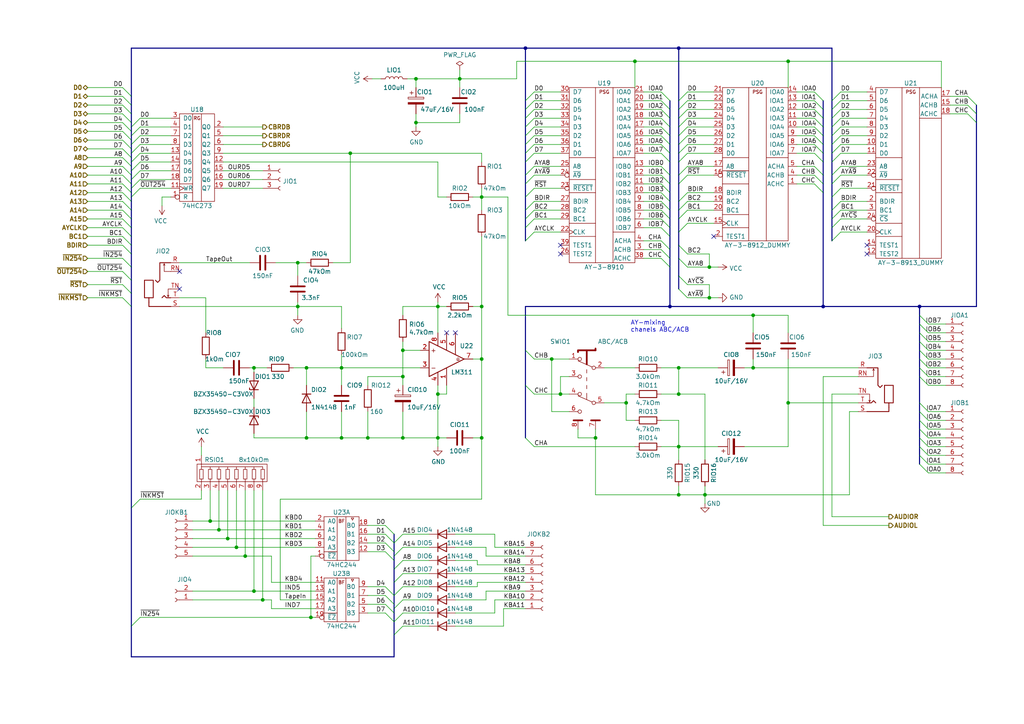
<source format=kicad_sch>
(kicad_sch (version 20211123) (generator eeschema)
  (paper "A4")
  (junction (at 120.65 35.56))
  (junction (at 205.74 77.47))
  (junction (at 101.6 44.45))
  (junction (at 184.15 17.78))
  (junction (at 99.06 127))
  (junction (at 86.36 88.9))
  (junction (at 66.04 156.21))
  (junction (at 127 127))
  (junction (at 99.06 106.68))
  (junction (at 73.66 171.45))
  (junction (at 218.44 91.44))
  (junction (at 218.44 106.68))
  (junction (at 90.17 179.07))
  (junction (at 196.85 13.97))
  (junction (at 120.65 22.86))
  (junction (at 88.9 106.68))
  (junction (at 73.66 106.68))
  (junction (at 127 88.9))
  (junction (at 228.6 17.78))
  (junction (at 162.56 114.3))
  (junction (at 116.84 101.6))
  (junction (at 152.4 13.97))
  (junction (at 63.5 153.67))
  (junction (at 60.96 151.13))
  (junction (at 76.2 173.99))
  (junction (at 204.47 143.51))
  (junction (at 228.6 116.84))
  (junction (at 196.85 129.54))
  (junction (at 86.36 76.2))
  (junction (at 181.61 116.84))
  (junction (at 139.7 127))
  (junction (at 196.85 143.51))
  (junction (at 106.68 127))
  (junction (at 139.7 104.14))
  (junction (at 116.84 127))
  (junction (at 116.84 109.22))
  (junction (at 196.85 114.3))
  (junction (at 205.74 86.36))
  (junction (at 71.12 161.29))
  (junction (at 172.72 127))
  (junction (at 196.85 106.68))
  (junction (at 266.7 88.9))
  (junction (at 238.76 88.9))
  (junction (at 194.31 88.9))
  (junction (at 160.02 104.14))
  (junction (at 139.7 57.15))
  (junction (at 68.58 158.75))
  (junction (at 88.9 127))
  (junction (at 139.7 88.9))
  (junction (at 133.35 22.86))
  (junction (at 127 114.3))
  (no_connect (at 251.46 73.66))
  (no_connect (at 52.07 83.82))
  (no_connect (at 162.56 71.12))
  (no_connect (at 207.01 68.58))
  (no_connect (at 162.56 73.66))
  (no_connect (at 129.54 96.52))
  (no_connect (at 52.07 78.74))
  (no_connect (at 132.08 96.52))
  (no_connect (at 251.46 71.12))
  (bus_entry (at 191.77 48.26) (size 2.54 2.54))
  (bus_entry (at 269.24 111.76) (size -2.54 -2.54))
  (bus_entry (at 152.4 60.96) (size 2.54 -2.54))
  (bus_entry (at 191.77 39.37) (size 2.54 2.54))
  (bus_entry (at 241.3 44.45) (size 2.54 -2.54))
  (bus_entry (at 191.77 41.91) (size 2.54 2.54))
  (bus_entry (at 196.85 41.91) (size 2.54 -2.54))
  (bus_entry (at 111.76 157.48) (size 2.54 2.54))
  (bus_entry (at 35.56 71.12) (size 2.54 2.54))
  (bus_entry (at 269.24 132.08) (size -2.54 -2.54))
  (bus_entry (at 152.4 53.34) (size 2.54 -2.54))
  (bus_entry (at 152.4 39.37) (size 2.54 -2.54))
  (bus_entry (at 152.4 29.21) (size 2.54 -2.54))
  (bus_entry (at 241.3 46.99) (size 2.54 -2.54))
  (bus_entry (at 111.76 152.4) (size 2.54 2.54))
  (bus_entry (at 191.77 34.29) (size 2.54 2.54))
  (bus_entry (at 191.77 72.39) (size 2.54 2.54))
  (bus_entry (at 196.85 71.12) (size 2.54 2.54))
  (bus_entry (at 152.4 111.76) (size 2.54 2.54))
  (bus_entry (at 35.56 30.48) (size 2.54 2.54))
  (bus_entry (at 35.56 66.04) (size 2.54 2.54))
  (bus_entry (at 152.4 63.5) (size 2.54 -2.54))
  (bus_entry (at 196.85 58.42) (size 2.54 -2.54))
  (bus_entry (at 35.56 58.42) (size 2.54 2.54))
  (bus_entry (at 38.1 52.07) (size 2.54 -2.54))
  (bus_entry (at 152.4 69.85) (size 2.54 -2.54))
  (bus_entry (at 111.76 172.72) (size 2.54 2.54))
  (bus_entry (at 38.1 54.61) (size 2.54 -2.54))
  (bus_entry (at 191.77 36.83) (size 2.54 2.54))
  (bus_entry (at 236.22 36.83) (size 2.54 2.54))
  (bus_entry (at 196.85 83.82) (size 2.54 2.54))
  (bus_entry (at 38.1 39.37) (size 2.54 -2.54))
  (bus_entry (at 38.1 44.45) (size 2.54 -2.54))
  (bus_entry (at 236.22 50.8) (size 2.54 2.54))
  (bus_entry (at 35.56 35.56) (size 2.54 2.54))
  (bus_entry (at 111.76 154.94) (size 2.54 2.54))
  (bus_entry (at 241.3 69.85) (size 2.54 -2.54))
  (bus_entry (at 236.22 31.75) (size 2.54 2.54))
  (bus_entry (at 241.3 29.21) (size 2.54 -2.54))
  (bus_entry (at 35.56 33.02) (size 2.54 2.54))
  (bus_entry (at 196.85 63.5) (size 2.54 -2.54))
  (bus_entry (at 269.24 106.68) (size -2.54 -2.54))
  (bus_entry (at 152.4 34.29) (size 2.54 -2.54))
  (bus_entry (at 269.24 109.22) (size -2.54 -2.54))
  (bus_entry (at 236.22 29.21) (size 2.54 2.54))
  (bus_entry (at 114.3 168.91) (size 2.54 -2.54))
  (bus_entry (at 269.24 121.92) (size -2.54 -2.54))
  (bus_entry (at 269.24 137.16) (size -2.54 -2.54))
  (bus_entry (at 38.1 49.53) (size 2.54 -2.54))
  (bus_entry (at 191.77 31.75) (size 2.54 2.54))
  (bus_entry (at 152.4 46.99) (size 2.54 -2.54))
  (bus_entry (at 241.3 34.29) (size 2.54 -2.54))
  (bus_entry (at 236.22 34.29) (size 2.54 2.54))
  (bus_entry (at 191.77 29.21) (size 2.54 2.54))
  (bus_entry (at 152.4 127) (size 2.54 2.54))
  (bus_entry (at 191.77 74.93) (size 2.54 2.54))
  (bus_entry (at 196.85 36.83) (size 2.54 -2.54))
  (bus_entry (at 191.77 69.85) (size 2.54 2.54))
  (bus_entry (at 196.85 29.21) (size 2.54 -2.54))
  (bus_entry (at 191.77 66.04) (size 2.54 2.54))
  (bus_entry (at 35.56 86.36) (size 2.54 2.54))
  (bus_entry (at 114.3 172.72) (size 2.54 -2.54))
  (bus_entry (at 269.24 93.98) (size -2.54 -2.54))
  (bus_entry (at 241.3 53.34) (size 2.54 -2.54))
  (bus_entry (at 241.3 36.83) (size 2.54 -2.54))
  (bus_entry (at 35.56 45.72) (size 2.54 2.54))
  (bus_entry (at 191.77 53.34) (size 2.54 2.54))
  (bus_entry (at 191.77 26.67) (size 2.54 2.54))
  (bus_entry (at 241.3 66.04) (size 2.54 -2.54))
  (bus_entry (at 191.77 44.45) (size 2.54 2.54))
  (bus_entry (at 152.4 36.83) (size 2.54 -2.54))
  (bus_entry (at 191.77 58.42) (size 2.54 2.54))
  (bus_entry (at 111.76 177.8) (size 2.54 2.54))
  (bus_entry (at 236.22 53.34) (size 2.54 2.54))
  (bus_entry (at 269.24 134.62) (size -2.54 -2.54))
  (bus_entry (at 269.24 119.38) (size -2.54 -2.54))
  (bus_entry (at 35.56 50.8) (size 2.54 2.54))
  (bus_entry (at 191.77 63.5) (size 2.54 2.54))
  (bus_entry (at 236.22 26.67) (size 2.54 2.54))
  (bus_entry (at 269.24 101.6) (size -2.54 -2.54))
  (bus_entry (at 35.56 25.4) (size 2.54 2.54))
  (bus_entry (at 241.3 50.8) (size 2.54 -2.54))
  (bus_entry (at 236.22 44.45) (size 2.54 2.54))
  (bus_entry (at 114.3 180.34) (size 2.54 -2.54))
  (bus_entry (at 35.56 60.96) (size 2.54 2.54))
  (bus_entry (at 152.4 44.45) (size 2.54 -2.54))
  (bus_entry (at 280.67 27.94) (size 2.54 2.54))
  (bus_entry (at 35.56 68.58) (size 2.54 2.54))
  (bus_entry (at 241.3 60.96) (size 2.54 -2.54))
  (bus_entry (at 241.3 57.15) (size 2.54 -2.54))
  (bus_entry (at 111.76 170.18) (size 2.54 2.54))
  (bus_entry (at 114.3 165.1) (size 2.54 -2.54))
  (bus_entry (at 196.85 80.01) (size 2.54 2.54))
  (bus_entry (at 38.1 41.91) (size 2.54 -2.54))
  (bus_entry (at 196.85 31.75) (size 2.54 -2.54))
  (bus_entry (at 152.4 66.04) (size 2.54 -2.54))
  (bus_entry (at 35.56 48.26) (size 2.54 2.54))
  (bus_entry (at 191.77 60.96) (size 2.54 2.54))
  (bus_entry (at 196.85 60.96) (size 2.54 -2.54))
  (bus_entry (at 241.3 41.91) (size 2.54 -2.54))
  (bus_entry (at 114.3 184.15) (size 2.54 -2.54))
  (bus_entry (at 38.1 57.15) (size 2.54 -2.54))
  (bus_entry (at 241.3 63.5) (size 2.54 -2.54))
  (bus_entry (at 196.85 74.93) (size 2.54 2.54))
  (bus_entry (at 152.4 31.75) (size 2.54 -2.54))
  (bus_entry (at 35.56 53.34) (size 2.54 2.54))
  (bus_entry (at 152.4 50.8) (size 2.54 -2.54))
  (bus_entry (at 35.56 82.55) (size 2.54 2.54))
  (bus_entry (at 152.4 57.15) (size 2.54 -2.54))
  (bus_entry (at 269.24 124.46) (size -2.54 -2.54))
  (bus_entry (at 114.3 176.53) (size 2.54 -2.54))
  (bus_entry (at 38.1 81.28) (size -2.54 -2.54))
  (bus_entry (at 35.56 40.64) (size 2.54 2.54))
  (bus_entry (at 236.22 41.91) (size 2.54 2.54))
  (bus_entry (at 38.1 46.99) (size 2.54 -2.54))
  (bus_entry (at 111.76 175.26) (size 2.54 2.54))
  (bus_entry (at 152.4 101.6) (size 2.54 2.54))
  (bus_entry (at 38.1 181.61) (size 2.54 -2.54))
  (bus_entry (at 269.24 104.14) (size -2.54 -2.54))
  (bus_entry (at 269.24 99.06) (size -2.54 -2.54))
  (bus_entry (at 114.3 157.48) (size 2.54 -2.54))
  (bus_entry (at 196.85 50.8) (size 2.54 -2.54))
  (bus_entry (at 196.85 53.34) (size 2.54 -2.54))
  (bus_entry (at 236.22 48.26) (size 2.54 2.54))
  (bus_entry (at 269.24 96.52) (size -2.54 -2.54))
  (bus_entry (at 35.56 63.5) (size 2.54 2.54))
  (bus_entry (at 196.85 67.31) (size 2.54 -2.54))
  (bus_entry (at 191.77 55.88) (size 2.54 2.54))
  (bus_entry (at 269.24 127) (size -2.54 -2.54))
  (bus_entry (at 241.3 39.37) (size 2.54 -2.54))
  (bus_entry (at 236.22 39.37) (size 2.54 2.54))
  (bus_entry (at 35.56 38.1) (size 2.54 2.54))
  (bus_entry (at 191.77 50.8) (size 2.54 2.54))
  (bus_entry (at 280.67 33.02) (size 2.54 2.54))
  (bus_entry (at 280.67 30.48) (size 2.54 2.54))
  (bus_entry (at 196.85 39.37) (size 2.54 -2.54))
  (bus_entry (at 241.3 31.75) (size 2.54 -2.54))
  (bus_entry (at 196.85 46.99) (size 2.54 -2.54))
  (bus_entry (at 196.85 44.45) (size 2.54 -2.54))
  (bus_entry (at 35.56 55.88) (size 2.54 2.54))
  (bus_entry (at 35.56 43.18) (size 2.54 2.54))
  (bus_entry (at 269.24 129.54) (size -2.54 -2.54))
  (bus_entry (at 38.1 77.47) (size -2.54 -2.54))
  (bus_entry (at 38.1 147.32) (size 2.54 -2.54))
  (bus_entry (at 152.4 41.91) (size 2.54 -2.54))
  (bus_entry (at 196.85 34.29) (size 2.54 -2.54))
  (bus_entry (at 35.56 27.94) (size 2.54 2.54))
  (bus_entry (at 114.3 161.29) (size 2.54 -2.54))
  (bus_entry (at 111.76 160.02) (size 2.54 2.54))
  (bus_entry (at 40.64 34.29) (size -2.54 2.54))
  (wire (pts (xy 73.66 171.45) (xy 91.44 171.45)))
  (wire (pts (xy 133.35 33.02) (xy 133.35 35.56)))
  (wire (pts (xy 99.06 111.76) (xy 99.06 106.68)))
  (wire (pts (xy 88.9 119.38) (xy 88.9 127)))
  (wire (pts (xy 129.54 114.3) (xy 129.54 111.76)))
  (bus (pts (xy 238.76 88.9) (xy 266.7 88.9)))
  (bus (pts (xy 196.85 67.31) (xy 196.85 71.12)))
  (bus (pts (xy 266.7 106.68) (xy 266.7 109.22)))
  (wire (pts (xy 231.14 36.83) (xy 236.22 36.83)))
  (bus (pts (xy 114.3 165.1) (xy 114.3 168.91)))
  (wire (pts (xy 137.16 104.14) (xy 139.7 104.14)))
  (bus (pts (xy 152.4 44.45) (xy 152.4 46.99)))
  (bus (pts (xy 196.85 13.97) (xy 196.85 29.21)))
  (bus (pts (xy 194.31 68.58) (xy 194.31 72.39)))
  (bus (pts (xy 196.85 63.5) (xy 196.85 67.31)))
  (bus (pts (xy 196.85 41.91) (xy 196.85 44.45)))
  (wire (pts (xy 71.12 142.24) (xy 71.12 161.29)))
  (wire (pts (xy 132.08 154.94) (xy 143.51 154.94)))
  (wire (pts (xy 162.56 60.96) (xy 154.94 60.96)))
  (wire (pts (xy 199.39 26.67) (xy 207.01 26.67)))
  (bus (pts (xy 152.4 31.75) (xy 152.4 34.29)))
  (wire (pts (xy 52.07 86.36) (xy 59.69 86.36)))
  (wire (pts (xy 88.9 111.76) (xy 88.9 106.68)))
  (bus (pts (xy 38.1 73.66) (xy 38.1 77.47)))
  (bus (pts (xy 241.3 13.97) (xy 241.3 29.21)))
  (bus (pts (xy 194.31 53.34) (xy 194.31 55.88)))
  (wire (pts (xy 154.94 34.29) (xy 162.56 34.29)))
  (wire (pts (xy 218.44 91.44) (xy 228.6 91.44)))
  (wire (pts (xy 99.06 106.68) (xy 99.06 102.87)))
  (wire (pts (xy 106.68 152.4) (xy 111.76 152.4)))
  (wire (pts (xy 116.84 91.44) (xy 116.84 88.9)))
  (wire (pts (xy 85.09 106.68) (xy 88.9 106.68)))
  (wire (pts (xy 218.44 104.14) (xy 218.44 106.68)))
  (wire (pts (xy 137.16 88.9) (xy 139.7 88.9)))
  (wire (pts (xy 118.11 22.86) (xy 120.65 22.86)))
  (wire (pts (xy 246.38 143.51) (xy 204.47 143.51)))
  (wire (pts (xy 68.58 142.24) (xy 68.58 158.75)))
  (wire (pts (xy 25.4 60.96) (xy 35.56 60.96)))
  (wire (pts (xy 64.77 54.61) (xy 76.2 54.61)))
  (bus (pts (xy 266.7 121.92) (xy 266.7 124.46)))
  (wire (pts (xy 40.64 52.07) (xy 49.53 52.07)))
  (bus (pts (xy 266.7 109.22) (xy 266.7 116.84)))
  (wire (pts (xy 25.4 27.94) (xy 35.56 27.94)))
  (wire (pts (xy 133.35 22.86) (xy 149.86 22.86)))
  (wire (pts (xy 199.39 36.83) (xy 207.01 36.83)))
  (wire (pts (xy 199.39 73.66) (xy 205.74 73.66)))
  (wire (pts (xy 196.85 114.3) (xy 196.85 106.68)))
  (wire (pts (xy 243.84 26.67) (xy 251.46 26.67)))
  (wire (pts (xy 162.56 48.26) (xy 154.94 48.26)))
  (bus (pts (xy 241.3 53.34) (xy 241.3 57.15)))
  (wire (pts (xy 243.84 29.21) (xy 251.46 29.21)))
  (wire (pts (xy 35.56 74.93) (xy 25.4 74.93)))
  (bus (pts (xy 38.1 52.07) (xy 38.1 53.34)))
  (bus (pts (xy 266.7 127) (xy 266.7 129.54)))
  (wire (pts (xy 204.47 143.51) (xy 204.47 146.05)))
  (wire (pts (xy 90.17 161.29) (xy 90.17 179.07)))
  (wire (pts (xy 162.56 67.31) (xy 154.94 67.31)))
  (bus (pts (xy 196.85 58.42) (xy 196.85 60.96)))
  (wire (pts (xy 196.85 106.68) (xy 191.77 106.68)))
  (wire (pts (xy 274.32 109.22) (xy 269.24 109.22)))
  (bus (pts (xy 114.3 177.8) (xy 114.3 180.34)))
  (wire (pts (xy 162.56 63.5) (xy 154.94 63.5)))
  (wire (pts (xy 231.14 39.37) (xy 236.22 39.37)))
  (bus (pts (xy 38.1 85.09) (xy 38.1 88.9)))
  (wire (pts (xy 73.66 142.24) (xy 73.66 171.45)))
  (wire (pts (xy 90.17 179.07) (xy 91.44 179.07)))
  (wire (pts (xy 139.7 68.58) (xy 139.7 88.9)))
  (wire (pts (xy 64.77 49.53) (xy 76.2 49.53)))
  (wire (pts (xy 73.66 125.73) (xy 73.66 127)))
  (wire (pts (xy 143.51 154.94) (xy 143.51 158.75)))
  (wire (pts (xy 127 88.9) (xy 127 96.52)))
  (wire (pts (xy 199.39 41.91) (xy 207.01 41.91)))
  (wire (pts (xy 116.84 166.37) (xy 124.46 166.37)))
  (wire (pts (xy 73.66 127) (xy 88.9 127)))
  (bus (pts (xy 194.31 46.99) (xy 194.31 50.8)))
  (wire (pts (xy 140.97 158.75) (xy 140.97 161.29)))
  (wire (pts (xy 59.69 86.36) (xy 59.69 96.52)))
  (wire (pts (xy 165.1 109.22) (xy 162.56 109.22)))
  (wire (pts (xy 218.44 91.44) (xy 218.44 96.52)))
  (bus (pts (xy 194.31 66.04) (xy 194.31 68.58)))
  (bus (pts (xy 194.31 50.8) (xy 194.31 53.34)))
  (wire (pts (xy 191.77 114.3) (xy 196.85 114.3)))
  (bus (pts (xy 38.1 44.45) (xy 38.1 45.72)))
  (wire (pts (xy 40.64 34.29) (xy 49.53 34.29)))
  (bus (pts (xy 38.1 60.96) (xy 38.1 63.5)))
  (wire (pts (xy 127 127) (xy 129.54 127)))
  (wire (pts (xy 246.38 119.38) (xy 246.38 143.51)))
  (wire (pts (xy 172.72 143.51) (xy 196.85 143.51)))
  (bus (pts (xy 152.4 13.97) (xy 196.85 13.97)))
  (bus (pts (xy 283.21 30.48) (xy 283.21 33.02)))
  (wire (pts (xy 63.5 142.24) (xy 63.5 153.67)))
  (wire (pts (xy 132.08 181.61) (xy 146.05 181.61)))
  (wire (pts (xy 205.74 77.47) (xy 208.28 77.47)))
  (bus (pts (xy 38.1 53.34) (xy 38.1 54.61)))
  (bus (pts (xy 196.85 31.75) (xy 196.85 34.29)))
  (wire (pts (xy 107.95 22.86) (xy 110.49 22.86)))
  (wire (pts (xy 60.96 142.24) (xy 60.96 151.13)))
  (wire (pts (xy 106.68 109.22) (xy 106.68 111.76)))
  (wire (pts (xy 162.56 58.42) (xy 154.94 58.42)))
  (bus (pts (xy 241.3 66.04) (xy 241.3 69.85)))
  (wire (pts (xy 251.46 48.26) (xy 243.84 48.26)))
  (wire (pts (xy 55.88 158.75) (xy 68.58 158.75)))
  (wire (pts (xy 184.15 121.92) (xy 181.61 121.92)))
  (wire (pts (xy 162.56 50.8) (xy 154.94 50.8)))
  (wire (pts (xy 140.97 161.29) (xy 152.4 161.29)))
  (bus (pts (xy 38.1 45.72) (xy 38.1 46.99)))
  (bus (pts (xy 238.76 46.99) (xy 238.76 50.8)))
  (wire (pts (xy 257.81 152.4) (xy 238.76 152.4)))
  (wire (pts (xy 274.32 111.76) (xy 269.24 111.76)))
  (bus (pts (xy 38.1 48.26) (xy 38.1 49.53)))
  (bus (pts (xy 38.1 43.18) (xy 38.1 44.45)))
  (wire (pts (xy 160.02 119.38) (xy 160.02 104.14)))
  (bus (pts (xy 196.85 29.21) (xy 196.85 31.75)))
  (wire (pts (xy 64.77 44.45) (xy 101.6 44.45)))
  (wire (pts (xy 146.05 176.53) (xy 152.4 176.53)))
  (wire (pts (xy 127 57.15) (xy 129.54 57.15)))
  (wire (pts (xy 243.84 39.37) (xy 251.46 39.37)))
  (wire (pts (xy 184.15 17.78) (xy 228.6 17.78)))
  (wire (pts (xy 66.04 156.21) (xy 91.44 156.21)))
  (bus (pts (xy 241.3 44.45) (xy 241.3 46.99)))
  (bus (pts (xy 241.3 41.91) (xy 241.3 44.45)))
  (wire (pts (xy 154.94 114.3) (xy 162.56 114.3)))
  (wire (pts (xy 72.39 106.68) (xy 73.66 106.68)))
  (wire (pts (xy 106.68 175.26) (xy 111.76 175.26)))
  (wire (pts (xy 274.32 93.98) (xy 269.24 93.98)))
  (bus (pts (xy 194.31 77.47) (xy 194.31 88.9)))
  (wire (pts (xy 228.6 104.14) (xy 228.6 116.84)))
  (wire (pts (xy 99.06 88.9) (xy 99.06 95.25)))
  (bus (pts (xy 266.7 104.14) (xy 266.7 106.68)))
  (bus (pts (xy 194.31 44.45) (xy 194.31 46.99)))
  (wire (pts (xy 218.44 106.68) (xy 248.92 106.68)))
  (bus (pts (xy 38.1 147.32) (xy 38.1 181.61)))
  (bus (pts (xy 152.4 111.76) (xy 152.4 127)))
  (wire (pts (xy 96.52 76.2) (xy 101.6 76.2)))
  (wire (pts (xy 55.88 161.29) (xy 71.12 161.29)))
  (bus (pts (xy 194.31 60.96) (xy 194.31 63.5)))
  (wire (pts (xy 248.92 116.84) (xy 228.6 116.84)))
  (bus (pts (xy 196.85 74.93) (xy 196.85 80.01)))
  (wire (pts (xy 138.43 170.18) (xy 138.43 168.91)))
  (wire (pts (xy 228.6 91.44) (xy 228.6 96.52)))
  (wire (pts (xy 186.69 39.37) (xy 191.77 39.37)))
  (wire (pts (xy 59.69 104.14) (xy 59.69 106.68)))
  (wire (pts (xy 186.69 36.83) (xy 191.77 36.83)))
  (bus (pts (xy 152.4 41.91) (xy 152.4 44.45)))
  (wire (pts (xy 199.39 34.29) (xy 207.01 34.29)))
  (bus (pts (xy 38.1 13.97) (xy 152.4 13.97)))
  (bus (pts (xy 196.85 39.37) (xy 196.85 41.91)))
  (wire (pts (xy 138.43 163.83) (xy 152.4 163.83)))
  (bus (pts (xy 266.7 129.54) (xy 266.7 132.08)))
  (wire (pts (xy 251.46 58.42) (xy 243.84 58.42)))
  (wire (pts (xy 116.84 162.56) (xy 124.46 162.56)))
  (bus (pts (xy 283.21 33.02) (xy 283.21 35.56)))
  (wire (pts (xy 138.43 162.56) (xy 138.43 163.83)))
  (bus (pts (xy 194.31 63.5) (xy 194.31 66.04)))
  (wire (pts (xy 186.69 55.88) (xy 191.77 55.88)))
  (bus (pts (xy 38.1 49.53) (xy 38.1 50.8)))
  (wire (pts (xy 251.46 60.96) (xy 243.84 60.96)))
  (wire (pts (xy 40.64 36.83) (xy 49.53 36.83)))
  (wire (pts (xy 207.01 64.77) (xy 199.39 64.77)))
  (wire (pts (xy 106.68 119.38) (xy 106.68 127)))
  (bus (pts (xy 194.31 31.75) (xy 194.31 34.29)))
  (wire (pts (xy 172.72 127) (xy 167.64 127)))
  (wire (pts (xy 154.94 31.75) (xy 162.56 31.75)))
  (wire (pts (xy 73.66 106.68) (xy 77.47 106.68)))
  (bus (pts (xy 283.21 35.56) (xy 283.21 88.9)))
  (wire (pts (xy 273.05 17.78) (xy 273.05 25.4)))
  (wire (pts (xy 116.84 101.6) (xy 116.84 109.22)))
  (bus (pts (xy 152.4 13.97) (xy 152.4 29.21)))
  (wire (pts (xy 58.42 129.54) (xy 58.42 132.08)))
  (wire (pts (xy 154.94 41.91) (xy 162.56 41.91)))
  (wire (pts (xy 116.84 99.06) (xy 116.84 101.6)))
  (bus (pts (xy 266.7 101.6) (xy 266.7 104.14)))
  (wire (pts (xy 25.4 40.64) (xy 35.56 40.64)))
  (wire (pts (xy 60.96 151.13) (xy 91.44 151.13)))
  (wire (pts (xy 184.15 25.4) (xy 184.15 17.78)))
  (wire (pts (xy 231.14 26.67) (xy 236.22 26.67)))
  (wire (pts (xy 218.44 91.44) (xy 147.32 91.44)))
  (wire (pts (xy 147.32 57.15) (xy 147.32 91.44)))
  (wire (pts (xy 91.44 173.99) (xy 81.28 173.99)))
  (bus (pts (xy 194.31 55.88) (xy 194.31 58.42)))
  (wire (pts (xy 101.6 44.45) (xy 101.6 76.2)))
  (wire (pts (xy 40.64 41.91) (xy 49.53 41.91)))
  (bus (pts (xy 152.4 50.8) (xy 152.4 53.34)))
  (wire (pts (xy 139.7 44.45) (xy 139.7 46.99)))
  (wire (pts (xy 116.84 173.99) (xy 124.46 173.99)))
  (wire (pts (xy 88.9 127) (xy 99.06 127)))
  (bus (pts (xy 114.3 184.15) (xy 114.3 190.5)))
  (wire (pts (xy 25.4 86.36) (xy 35.56 86.36)))
  (wire (pts (xy 199.39 39.37) (xy 207.01 39.37)))
  (wire (pts (xy 199.39 48.26) (xy 207.01 48.26)))
  (wire (pts (xy 116.84 88.9) (xy 127 88.9)))
  (wire (pts (xy 162.56 109.22) (xy 162.56 114.3)))
  (bus (pts (xy 238.76 31.75) (xy 238.76 34.29)))
  (wire (pts (xy 199.39 82.55) (xy 205.74 82.55)))
  (bus (pts (xy 266.7 91.44) (xy 266.7 93.98)))
  (bus (pts (xy 241.3 63.5) (xy 241.3 66.04)))
  (wire (pts (xy 116.84 170.18) (xy 124.46 170.18)))
  (wire (pts (xy 25.4 45.72) (xy 35.56 45.72)))
  (wire (pts (xy 154.94 39.37) (xy 162.56 39.37)))
  (bus (pts (xy 38.1 55.88) (xy 38.1 57.15)))
  (wire (pts (xy 175.26 116.84) (xy 181.61 116.84)))
  (wire (pts (xy 78.74 161.29) (xy 78.74 168.91)))
  (wire (pts (xy 274.32 129.54) (xy 269.24 129.54)))
  (wire (pts (xy 55.88 156.21) (xy 66.04 156.21)))
  (wire (pts (xy 127 114.3) (xy 129.54 114.3)))
  (wire (pts (xy 274.32 101.6) (xy 269.24 101.6)))
  (wire (pts (xy 116.84 109.22) (xy 116.84 111.76)))
  (bus (pts (xy 152.4 53.34) (xy 152.4 57.15)))
  (wire (pts (xy 154.94 29.21) (xy 162.56 29.21)))
  (bus (pts (xy 196.85 53.34) (xy 196.85 58.42)))
  (bus (pts (xy 38.1 41.91) (xy 38.1 43.18)))
  (wire (pts (xy 76.2 142.24) (xy 76.2 173.99)))
  (wire (pts (xy 106.68 172.72) (xy 111.76 172.72)))
  (wire (pts (xy 133.35 35.56) (xy 120.65 35.56)))
  (bus (pts (xy 152.4 101.6) (xy 152.4 111.76)))
  (wire (pts (xy 46.99 59.69) (xy 46.99 57.15)))
  (wire (pts (xy 191.77 74.93) (xy 186.69 74.93)))
  (bus (pts (xy 38.1 71.12) (xy 38.1 73.66)))
  (wire (pts (xy 139.7 54.61) (xy 139.7 57.15)))
  (wire (pts (xy 25.4 53.34) (xy 35.56 53.34)))
  (wire (pts (xy 101.6 44.45) (xy 139.7 44.45)))
  (bus (pts (xy 114.3 175.26) (xy 114.3 176.53)))
  (bus (pts (xy 266.7 88.9) (xy 266.7 91.44)))
  (wire (pts (xy 236.22 50.8) (xy 231.14 50.8)))
  (wire (pts (xy 208.28 106.68) (xy 196.85 106.68)))
  (wire (pts (xy 238.76 109.22) (xy 248.92 109.22)))
  (bus (pts (xy 194.31 34.29) (xy 194.31 36.83)))
  (bus (pts (xy 241.3 46.99) (xy 241.3 50.8)))
  (bus (pts (xy 196.85 44.45) (xy 196.85 46.99)))
  (wire (pts (xy 238.76 152.4) (xy 238.76 109.22)))
  (wire (pts (xy 25.4 48.26) (xy 35.56 48.26)))
  (wire (pts (xy 127 87.63) (xy 127 88.9)))
  (wire (pts (xy 25.4 82.55) (xy 35.56 82.55)))
  (wire (pts (xy 78.74 176.53) (xy 91.44 176.53)))
  (wire (pts (xy 139.7 127) (xy 139.7 144.78)))
  (wire (pts (xy 154.94 36.83) (xy 162.56 36.83)))
  (wire (pts (xy 116.84 177.8) (xy 124.46 177.8)))
  (wire (pts (xy 40.64 44.45) (xy 49.53 44.45)))
  (bus (pts (xy 238.76 41.91) (xy 238.76 44.45)))
  (wire (pts (xy 91.44 161.29) (xy 90.17 161.29)))
  (bus (pts (xy 38.1 57.15) (xy 38.1 58.42)))
  (wire (pts (xy 73.66 115.57) (xy 73.66 118.11)))
  (wire (pts (xy 106.68 177.8) (xy 111.76 177.8)))
  (wire (pts (xy 243.84 54.61) (xy 251.46 54.61)))
  (wire (pts (xy 231.14 34.29) (xy 236.22 34.29)))
  (wire (pts (xy 204.47 140.97) (xy 204.47 143.51)))
  (wire (pts (xy 181.61 116.84) (xy 181.61 114.3)))
  (bus (pts (xy 38.1 36.83) (xy 38.1 38.1)))
  (bus (pts (xy 38.1 77.47) (xy 38.1 81.28)))
  (wire (pts (xy 191.77 121.92) (xy 196.85 121.92)))
  (wire (pts (xy 275.59 27.94) (xy 280.67 27.94)))
  (wire (pts (xy 275.59 33.02) (xy 280.67 33.02)))
  (bus (pts (xy 38.1 46.99) (xy 38.1 48.26)))
  (wire (pts (xy 63.5 153.67) (xy 91.44 153.67)))
  (wire (pts (xy 143.51 177.8) (xy 143.51 173.99)))
  (wire (pts (xy 132.08 173.99) (xy 140.97 173.99)))
  (bus (pts (xy 114.3 180.34) (xy 114.3 184.15)))
  (bus (pts (xy 238.76 29.21) (xy 238.76 31.75)))
  (bus (pts (xy 241.3 34.29) (xy 241.3 36.83)))
  (bus (pts (xy 196.85 36.83) (xy 196.85 39.37)))
  (wire (pts (xy 71.12 161.29) (xy 78.74 161.29)))
  (wire (pts (xy 25.4 66.04) (xy 35.56 66.04)))
  (wire (pts (xy 116.84 154.94) (xy 124.46 154.94)))
  (wire (pts (xy 137.16 127) (xy 139.7 127)))
  (bus (pts (xy 238.76 53.34) (xy 238.76 55.88)))
  (wire (pts (xy 64.77 41.91) (xy 76.2 41.91)))
  (bus (pts (xy 266.7 88.9) (xy 283.21 88.9)))
  (wire (pts (xy 116.84 181.61) (xy 124.46 181.61)))
  (wire (pts (xy 64.77 36.83) (xy 76.2 36.83)))
  (wire (pts (xy 86.36 88.9) (xy 99.06 88.9)))
  (bus (pts (xy 152.4 39.37) (xy 152.4 41.91)))
  (wire (pts (xy 116.84 158.75) (xy 124.46 158.75)))
  (wire (pts (xy 139.7 104.14) (xy 139.7 127)))
  (bus (pts (xy 114.3 172.72) (xy 114.3 175.26)))
  (wire (pts (xy 196.85 143.51) (xy 196.85 140.97)))
  (wire (pts (xy 78.74 173.99) (xy 78.74 176.53)))
  (wire (pts (xy 215.9 129.54) (xy 228.6 129.54)))
  (wire (pts (xy 88.9 76.2) (xy 86.36 76.2)))
  (bus (pts (xy 152.4 29.21) (xy 152.4 31.75)))
  (bus (pts (xy 266.7 124.46) (xy 266.7 127)))
  (wire (pts (xy 154.94 104.14) (xy 160.02 104.14)))
  (wire (pts (xy 133.35 25.4) (xy 133.35 22.86)))
  (bus (pts (xy 196.85 34.29) (xy 196.85 36.83)))
  (bus (pts (xy 241.3 60.96) (xy 241.3 63.5)))
  (wire (pts (xy 257.81 149.86) (xy 241.3 149.86)))
  (bus (pts (xy 38.1 88.9) (xy 38.1 147.32)))
  (wire (pts (xy 162.56 114.3) (xy 165.1 114.3)))
  (wire (pts (xy 186.69 48.26) (xy 191.77 48.26)))
  (wire (pts (xy 25.4 38.1) (xy 35.56 38.1)))
  (bus (pts (xy 38.1 35.56) (xy 38.1 36.83)))
  (wire (pts (xy 175.26 106.68) (xy 184.15 106.68)))
  (wire (pts (xy 241.3 114.3) (xy 248.92 114.3)))
  (wire (pts (xy 81.28 144.78) (xy 81.28 173.99)))
  (wire (pts (xy 140.97 171.45) (xy 152.4 171.45)))
  (wire (pts (xy 275.59 30.48) (xy 280.67 30.48)))
  (wire (pts (xy 274.32 119.38) (xy 269.24 119.38)))
  (bus (pts (xy 241.3 36.83) (xy 241.3 39.37)))
  (wire (pts (xy 243.84 41.91) (xy 251.46 41.91)))
  (bus (pts (xy 238.76 39.37) (xy 238.76 41.91)))
  (wire (pts (xy 90.17 179.07) (xy 40.64 179.07)))
  (wire (pts (xy 181.61 114.3) (xy 184.15 114.3)))
  (wire (pts (xy 274.32 99.06) (xy 269.24 99.06)))
  (bus (pts (xy 38.1 81.28) (xy 38.1 85.09)))
  (wire (pts (xy 191.77 72.39) (xy 186.69 72.39)))
  (wire (pts (xy 106.68 157.48) (xy 111.76 157.48)))
  (wire (pts (xy 132.08 177.8) (xy 143.51 177.8)))
  (wire (pts (xy 106.68 127) (xy 116.84 127)))
  (wire (pts (xy 243.84 34.29) (xy 251.46 34.29)))
  (wire (pts (xy 106.68 154.94) (xy 111.76 154.94)))
  (bus (pts (xy 196.85 60.96) (xy 196.85 63.5)))
  (bus (pts (xy 241.3 29.21) (xy 241.3 31.75)))
  (bus (pts (xy 238.76 44.45) (xy 238.76 46.99)))
  (wire (pts (xy 25.4 71.12) (xy 35.56 71.12)))
  (wire (pts (xy 25.4 68.58) (xy 35.56 68.58)))
  (wire (pts (xy 186.69 69.85) (xy 191.77 69.85)))
  (bus (pts (xy 38.1 66.04) (xy 38.1 68.58)))
  (wire (pts (xy 106.68 170.18) (xy 111.76 170.18)))
  (wire (pts (xy 207.01 58.42) (xy 199.39 58.42)))
  (wire (pts (xy 120.65 35.56) (xy 120.65 36.83)))
  (wire (pts (xy 186.69 34.29) (xy 191.77 34.29)))
  (wire (pts (xy 116.84 109.22) (xy 106.68 109.22)))
  (wire (pts (xy 186.69 44.45) (xy 191.77 44.45)))
  (wire (pts (xy 116.84 127) (xy 127 127)))
  (bus (pts (xy 152.4 36.83) (xy 152.4 39.37)))
  (bus (pts (xy 194.31 74.93) (xy 194.31 77.47)))
  (wire (pts (xy 186.69 66.04) (xy 191.77 66.04)))
  (wire (pts (xy 160.02 104.14) (xy 165.1 104.14)))
  (wire (pts (xy 199.39 31.75) (xy 207.01 31.75)))
  (wire (pts (xy 120.65 22.86) (xy 133.35 22.86)))
  (bus (pts (xy 241.3 31.75) (xy 241.3 34.29)))
  (wire (pts (xy 274.32 134.62) (xy 269.24 134.62)))
  (bus (pts (xy 114.3 176.53) (xy 114.3 177.8)))
  (wire (pts (xy 55.88 173.99) (xy 76.2 173.99)))
  (bus (pts (xy 114.3 154.94) (xy 114.3 157.48)))
  (wire (pts (xy 120.65 25.4) (xy 120.65 22.86)))
  (wire (pts (xy 191.77 129.54) (xy 196.85 129.54)))
  (bus (pts (xy 38.1 190.5) (xy 114.3 190.5)))
  (wire (pts (xy 99.06 127) (xy 106.68 127)))
  (wire (pts (xy 55.88 153.67) (xy 63.5 153.67)))
  (bus (pts (xy 238.76 55.88) (xy 238.76 88.9)))
  (wire (pts (xy 35.56 78.74) (xy 25.4 78.74)))
  (wire (pts (xy 248.92 119.38) (xy 246.38 119.38)))
  (bus (pts (xy 38.1 40.64) (xy 38.1 41.91)))
  (wire (pts (xy 172.72 127) (xy 172.72 143.51)))
  (wire (pts (xy 25.4 43.18) (xy 35.56 43.18)))
  (bus (pts (xy 266.7 116.84) (xy 266.7 119.38)))
  (wire (pts (xy 40.64 54.61) (xy 49.53 54.61)))
  (wire (pts (xy 241.3 149.86) (xy 241.3 114.3)))
  (wire (pts (xy 25.4 63.5) (xy 35.56 63.5)))
  (wire (pts (xy 147.32 57.15) (xy 139.7 57.15)))
  (bus (pts (xy 114.3 157.48) (xy 114.3 160.02)))
  (wire (pts (xy 243.84 36.83) (xy 251.46 36.83)))
  (wire (pts (xy 186.69 26.67) (xy 191.77 26.67)))
  (wire (pts (xy 186.69 41.91) (xy 191.77 41.91)))
  (bus (pts (xy 194.31 39.37) (xy 194.31 41.91)))
  (wire (pts (xy 25.4 35.56) (xy 35.56 35.56)))
  (wire (pts (xy 186.69 58.42) (xy 191.77 58.42)))
  (wire (pts (xy 58.42 144.78) (xy 40.64 144.78)))
  (bus (pts (xy 38.1 68.58) (xy 38.1 71.12)))
  (wire (pts (xy 154.94 54.61) (xy 162.56 54.61)))
  (wire (pts (xy 274.32 124.46) (xy 269.24 124.46)))
  (bus (pts (xy 152.4 46.99) (xy 152.4 50.8)))
  (wire (pts (xy 58.42 142.24) (xy 58.42 144.78)))
  (wire (pts (xy 138.43 168.91) (xy 152.4 168.91)))
  (wire (pts (xy 228.6 116.84) (xy 228.6 129.54)))
  (bus (pts (xy 266.7 96.52) (xy 266.7 99.06)))
  (bus (pts (xy 114.3 160.02) (xy 114.3 161.29)))
  (bus (pts (xy 114.3 162.56) (xy 114.3 165.1)))
  (wire (pts (xy 146.05 181.61) (xy 146.05 176.53)))
  (wire (pts (xy 251.46 50.8) (xy 243.84 50.8)))
  (wire (pts (xy 196.85 143.51) (xy 204.47 143.51)))
  (wire (pts (xy 274.32 137.16) (xy 269.24 137.16)))
  (wire (pts (xy 186.69 31.75) (xy 191.77 31.75)))
  (wire (pts (xy 243.84 63.5) (xy 251.46 63.5)))
  (wire (pts (xy 25.4 58.42) (xy 35.56 58.42)))
  (wire (pts (xy 132.08 170.18) (xy 138.43 170.18)))
  (wire (pts (xy 228.6 17.78) (xy 273.05 17.78)))
  (wire (pts (xy 127 127) (xy 127 114.3)))
  (bus (pts (xy 196.85 50.8) (xy 196.85 53.34)))
  (bus (pts (xy 194.31 41.91) (xy 194.31 44.45)))
  (bus (pts (xy 152.4 60.96) (xy 152.4 63.5)))
  (wire (pts (xy 64.77 46.99) (xy 127 46.99)))
  (wire (pts (xy 274.32 96.52) (xy 269.24 96.52)))
  (wire (pts (xy 149.86 17.78) (xy 149.86 22.86)))
  (bus (pts (xy 196.85 46.99) (xy 196.85 50.8)))
  (wire (pts (xy 207.01 55.88) (xy 199.39 55.88)))
  (bus (pts (xy 38.1 54.61) (xy 38.1 55.88)))
  (bus (pts (xy 38.1 63.5) (xy 38.1 66.04)))
  (wire (pts (xy 127 46.99) (xy 127 57.15)))
  (wire (pts (xy 274.32 106.68) (xy 269.24 106.68)))
  (wire (pts (xy 99.06 119.38) (xy 99.06 127)))
  (wire (pts (xy 132.08 162.56) (xy 138.43 162.56)))
  (bus (pts (xy 194.31 88.9) (xy 152.4 88.9)))
  (bus (pts (xy 38.1 30.48) (xy 38.1 33.02)))
  (bus (pts (xy 152.4 34.29) (xy 152.4 36.83)))
  (wire (pts (xy 25.4 50.8) (xy 35.56 50.8)))
  (bus (pts (xy 38.1 38.1) (xy 38.1 39.37)))
  (wire (pts (xy 199.39 29.21) (xy 207.01 29.21)))
  (wire (pts (xy 55.88 151.13) (xy 60.96 151.13)))
  (wire (pts (xy 154.94 26.67) (xy 162.56 26.67)))
  (bus (pts (xy 266.7 132.08) (xy 266.7 134.62)))
  (wire (pts (xy 132.08 166.37) (xy 152.4 166.37)))
  (wire (pts (xy 205.74 82.55) (xy 205.74 86.36)))
  (wire (pts (xy 143.51 173.99) (xy 152.4 173.99)))
  (wire (pts (xy 186.69 63.5) (xy 191.77 63.5)))
  (bus (pts (xy 196.85 80.01) (xy 196.85 83.82)))
  (wire (pts (xy 215.9 106.68) (xy 218.44 106.68)))
  (bus (pts (xy 241.3 50.8) (xy 241.3 53.34)))
  (wire (pts (xy 139.7 88.9) (xy 139.7 104.14)))
  (bus (pts (xy 266.7 99.06) (xy 266.7 101.6)))
  (wire (pts (xy 231.14 44.45) (xy 236.22 44.45)))
  (bus (pts (xy 114.3 168.91) (xy 114.3 172.72)))
  (wire (pts (xy 127 88.9) (xy 129.54 88.9)))
  (wire (pts (xy 68.58 158.75) (xy 91.44 158.75)))
  (wire (pts (xy 199.39 50.8) (xy 207.01 50.8)))
  (wire (pts (xy 205.74 86.36) (xy 208.28 86.36)))
  (wire (pts (xy 207.01 60.96) (xy 199.39 60.96)))
  (wire (pts (xy 25.4 30.48) (xy 35.56 30.48)))
  (wire (pts (xy 143.51 158.75) (xy 152.4 158.75)))
  (bus (pts (xy 194.31 58.42) (xy 194.31 60.96)))
  (wire (pts (xy 196.85 121.92) (xy 196.85 129.54)))
  (bus (pts (xy 38.1 39.37) (xy 38.1 40.64)))
  (wire (pts (xy 86.36 80.01) (xy 86.36 76.2)))
  (bus (pts (xy 38.1 58.42) (xy 38.1 60.96)))
  (bus (pts (xy 152.4 66.04) (xy 152.4 69.85)))
  (bus (pts (xy 196.85 13.97) (xy 241.3 13.97)))
  (bus (pts (xy 152.4 57.15) (xy 152.4 60.96)))
  (wire (pts (xy 116.84 127) (xy 116.84 119.38)))
  (bus (pts (xy 38.1 50.8) (xy 38.1 52.07)))
  (bus (pts (xy 266.7 93.98) (xy 266.7 96.52)))
  (wire (pts (xy 64.77 52.07) (xy 76.2 52.07)))
  (wire (pts (xy 137.16 57.15) (xy 139.7 57.15)))
  (wire (pts (xy 274.32 104.14) (xy 269.24 104.14)))
  (wire (pts (xy 231.14 29.21) (xy 236.22 29.21)))
  (wire (pts (xy 167.64 124.46) (xy 167.64 127)))
  (bus (pts (xy 114.3 161.29) (xy 114.3 162.56)))
  (bus (pts (xy 238.76 36.83) (xy 238.76 39.37)))
  (wire (pts (xy 196.85 114.3) (xy 204.47 114.3)))
  (bus (pts (xy 241.3 57.15) (xy 241.3 60.96)))
  (wire (pts (xy 205.74 73.66) (xy 205.74 77.47)))
  (wire (pts (xy 86.36 87.63) (xy 86.36 88.9)))
  (bus (pts (xy 194.31 29.21) (xy 194.31 31.75)))
  (wire (pts (xy 186.69 29.21) (xy 191.77 29.21)))
  (wire (pts (xy 52.07 76.2) (xy 72.39 76.2)))
  (bus (pts (xy 38.1 33.02) (xy 38.1 35.56)))
  (wire (pts (xy 139.7 57.15) (xy 139.7 60.96)))
  (wire (pts (xy 40.64 39.37) (xy 49.53 39.37)))
  (wire (pts (xy 186.69 60.96) (xy 191.77 60.96)))
  (wire (pts (xy 236.22 53.34) (xy 231.14 53.34)))
  (wire (pts (xy 25.4 55.88) (xy 35.56 55.88)))
  (wire (pts (xy 251.46 67.31) (xy 243.84 67.31)))
  (wire (pts (xy 66.04 142.24) (xy 66.04 156.21)))
  (wire (pts (xy 99.06 106.68) (xy 121.92 106.68)))
  (wire (pts (xy 73.66 107.95) (xy 73.66 106.68)))
  (wire (pts (xy 181.61 121.92) (xy 181.61 116.84)))
  (wire (pts (xy 154.94 129.54) (xy 184.15 129.54)))
  (wire (pts (xy 132.08 158.75) (xy 140.97 158.75)))
  (wire (pts (xy 64.77 39.37) (xy 76.2 39.37)))
  (wire (pts (xy 154.94 44.45) (xy 162.56 44.45)))
  (wire (pts (xy 149.86 17.78) (xy 184.15 17.78)))
  (wire (pts (xy 243.84 44.45) (xy 251.46 44.45)))
  (wire (pts (xy 86.36 88.9) (xy 86.36 91.44)))
  (wire (pts (xy 243.84 31.75) (xy 251.46 31.75)))
  (wire (pts (xy 231.14 48.26) (xy 236.22 48.26)))
  (bus (pts (xy 38.1 13.97) (xy 38.1 27.94)))
  (wire (pts (xy 196.85 129.54) (xy 208.28 129.54)))
  (wire (pts (xy 165.1 119.38) (xy 160.02 119.38)))
  (wire (pts (xy 106.68 160.02) (xy 111.76 160.02)))
  (wire (pts (xy 40.64 46.99) (xy 49.53 46.99)))
  (bus (pts (xy 194.31 36.83) (xy 194.31 39.37)))
  (wire (pts (xy 120.65 35.56) (xy 120.65 33.02)))
  (wire (pts (xy 274.32 127) (xy 269.24 127)))
  (bus (pts (xy 152.4 88.9) (xy 152.4 101.6)))
  (wire (pts (xy 231.14 41.91) (xy 236.22 41.91)))
  (bus (pts (xy 38.1 27.94) (xy 38.1 30.48)))
  (wire (pts (xy 204.47 114.3) (xy 204.47 133.35)))
  (bus (pts (xy 196.85 71.12) (xy 196.85 74.93)))
  (wire (pts (xy 76.2 173.99) (xy 78.74 173.99)))
  (wire (pts (xy 172.72 124.46) (xy 172.72 127)))
  (bus (pts (xy 194.31 88.9) (xy 238.76 88.9)))
  (wire (pts (xy 228.6 25.4) (xy 228.6 17.78)))
  (wire (pts (xy 133.35 20.32) (xy 133.35 22.86)))
  (wire (pts (xy 25.4 33.02) (xy 35.56 33.02)))
  (wire (pts (xy 274.32 132.08) (xy 269.24 132.08)))
  (bus (pts (xy 194.31 72.39) (xy 194.31 74.93)))
  (wire (pts (xy 127 127) (xy 127 129.54)))
  (wire (pts (xy 274.32 121.92) (xy 269.24 121.92)))
  (wire (pts (xy 186.69 50.8) (xy 191.77 50.8)))
  (wire (pts (xy 55.88 171.45) (xy 73.66 171.45)))
  (wire (pts (xy 52.07 88.9) (xy 86.36 88.9)))
  (wire (pts (xy 196.85 129.54) (xy 196.85 133.35)))
  (bus (pts (xy 238.76 34.29) (xy 238.76 36.83)))
  (wire (pts (xy 25.4 25.4) (xy 35.56 25.4)))
  (wire (pts (xy 199.39 86.36) (xy 205.74 86.36)))
  (wire (pts (xy 140.97 173.99) (xy 140.97 171.45)))
  (wire (pts (xy 199.39 77.47) (xy 205.74 77.47)))
  (wire (pts (xy 139.7 144.78) (xy 81.28 144.78)))
  (bus (pts (xy 38.1 181.61) (xy 38.1 190.5)))
  (wire (pts (xy 46.99 57.15) (xy 49.53 57.15)))
  (bus (pts (xy 152.4 63.5) (xy 152.4 66.04)))
  (wire (pts (xy 88.9 106.68) (xy 99.06 106.68)))
  (bus (pts (xy 238.76 50.8) (xy 238.76 53.34)))
  (wire (pts (xy 78.74 168.91) (xy 91.44 168.91)))
  (wire (pts (xy 231.14 31.75) (xy 236.22 31.75)))
  (wire (pts (xy 80.01 76.2) (xy 86.36 76.2)))
  (wire (pts (xy 121.92 101.6) (xy 116.84 101.6)))
  (wire (pts (xy 199.39 44.45) (xy 207.01 44.45)))
  (wire (pts (xy 40.64 49.53) (xy 49.53 49.53)))
  (bus (pts (xy 241.3 39.37) (xy 241.3 41.91)))
  (wire (pts (xy 186.69 53.34) (xy 191.77 53.34)))
  (wire (pts (xy 59.69 106.68) (xy 64.77 106.68)))
  (bus (pts (xy 266.7 119.38) (xy 266.7 121.92)))
  (wire (pts (xy 127 114.3) (xy 127 111.76)))
  (text "AY-mixing\nchanels ABC/ACB\n" (at 182.88 96.52 0) (effects (font (size 1.27 1.27)) (justify left bottom)))
  (label "D5" (at 40.64 46.99 0))
  (label "IOA1" (at 273.05 134.62 180))
  (label "D2" (at 243.84 31.75 0))
  (label "D3" (at 40.64 41.91 0))
  (label "BC1" (at 199.39 60.96 0))
  (label "IOA0" (at 273.05 137.16 180))
  (label "A14" (at 35.56 60.96 180))
  (label "D7" (at 35.56 43.18 180))
  (label "CHC" (at 232.41 53.34 0))
  (label "IOA4" (at 187.96 36.83 0))
  (label "CHA" (at 276.86 27.94 0))
  (label "BC1" (at 35.56 68.58 180))
  (label "A11" (at 35.56 53.34 180))
  (label "D0" (at 154.94 26.67 0))
  (label "IOA0" (at 187.96 26.67 0))
  (label "IOA6" (at 273.05 121.92 180))
  (label "~{IN254}" (at 40.64 179.07 0))
  (label "D2" (at 154.94 31.75 0))
  (label "D6" (at 40.64 49.53 0))
  (label "D6" (at 35.56 40.64 180))
  (label "IOB5" (at 273.05 99.06 180))
  (label "IOA2" (at 232.41 31.75 0))
  (label "KBA8" (at 146.05 163.83 0))
  (label "IOB3" (at 273.05 104.14 180))
  (label "D5" (at 111.76 172.72 180))
  (label "D4" (at 35.56 35.56 180))
  (label "AYCLK" (at 199.39 64.77 0))
  (label "IOB7" (at 187.96 66.04 0))
  (label "BC1" (at 243.84 60.96 0))
  (label "A15" (at 116.84 154.94 0))
  (label "AYA8" (at 199.39 48.26 0))
  (label "D5" (at 154.94 39.37 0))
  (label "~{RST}" (at 154.94 54.61 0))
  (label "TapeIn" (at 82.55 173.99 0))
  (label "D1" (at 154.94 29.21 0))
  (label "D1" (at 40.64 36.83 0))
  (label "IOA6" (at 187.96 41.91 0))
  (label "BC2" (at 154.94 60.96 0))
  (label "~{RST}" (at 243.84 54.61 0))
  (label "D0" (at 243.84 26.67 0))
  (label "A9" (at 35.56 48.26 180))
  (label "IOA1" (at 187.96 29.21 0))
  (label "~{OUT254}" (at 40.64 54.61 0))
  (label "IOA7" (at 273.05 119.38 180))
  (label "KBD2" (at 82.55 156.21 0))
  (label "KBA14" (at 146.05 161.29 0))
  (label "IOB4" (at 273.05 101.6 180))
  (label "IOA3" (at 187.96 34.29 0))
  (label "KBD1" (at 82.55 153.67 0))
  (label "CHA" (at 232.41 48.26 0))
  (label "KBA9" (at 146.05 171.45 0))
  (label "TapeOut" (at 59.69 76.2 0))
  (label "BDIR" (at 243.84 58.42 0))
  (label "IOA7" (at 232.41 44.45 0))
  (label "D0" (at 111.76 152.4 180))
  (label "~{RST}" (at 199.39 50.8 0))
  (label "~{OUT254}" (at 35.56 78.74 180))
  (label "IOB4" (at 187.96 58.42 0))
  (label "CHC" (at 187.96 74.93 0))
  (label "D1" (at 199.39 29.21 0))
  (label "D6" (at 199.39 41.91 0))
  (label "A9" (at 116.84 173.99 0))
  (label "A15" (at 35.56 63.5 180))
  (label "IOB6" (at 187.96 63.5 0))
  (label "D2" (at 35.56 30.48 180))
  (label "AY~{A9}" (at 154.94 50.8 0))
  (label "KBA11" (at 146.05 176.53 0))
  (label "A8" (at 116.84 162.56 0))
  (label "IOA3" (at 273.05 129.54 180))
  (label "D4" (at 154.94 36.83 0))
  (label "IOB7" (at 273.05 93.98 180))
  (label "IOA5" (at 187.96 39.37 0))
  (label "D7" (at 111.76 177.8 180))
  (label "IOB2" (at 273.05 106.68 180))
  (label "OURD7" (at 66.04 54.61 0))
  (label "IOA6" (at 232.41 41.91 0))
  (label "IOA7" (at 187.96 44.45 0))
  (label "A13" (at 35.56 58.42 180))
  (label "CHB" (at 154.94 104.14 0))
  (label "CHB" (at 232.41 50.8 0))
  (label "IOB1" (at 187.96 50.8 0))
  (label "D1" (at 35.56 27.94 180))
  (label "KBA13" (at 146.05 166.37 0))
  (label "D4" (at 111.76 170.18 180))
  (label "KBA10" (at 146.05 173.99 0))
  (label "IOA4" (at 273.05 127 180))
  (label "D5" (at 35.56 38.1 180))
  (label "BDIR" (at 154.94 58.42 0))
  (label "AY~{A9}" (at 199.39 86.36 0))
  (label "KBA12" (at 146.05 168.91 0))
  (label "IND5" (at 82.55 171.45 0))
  (label "D3" (at 199.39 34.29 0))
  (label "IOB2" (at 187.96 53.34 0))
  (label "AYCLK" (at 154.94 67.31 0))
  (label "D1" (at 243.84 29.21 0))
  (label "D1" (at 111.76 154.94 180))
  (label "~{INKMST}" (at 40.64 144.78 0))
  (label "A12" (at 116.84 170.18 0))
  (label "IOA2" (at 187.96 31.75 0))
  (label "IOA2" (at 273.05 132.08 180))
  (label "AYCLK" (at 243.84 67.31 0))
  (label "OURD6" (at 66.04 52.07 0))
  (label "IOB1" (at 273.05 109.22 180))
  (label "D3" (at 111.76 160.02 180))
  (label "D4" (at 243.84 36.83 0))
  (label "~{IN254}" (at 35.56 74.93 180))
  (label "D3" (at 154.94 34.29 0))
  (label "IOA4" (at 232.41 36.83 0))
  (label "D7" (at 154.94 44.45 0))
  (label "A11" (at 116.84 181.61 0))
  (label "KBD3" (at 82.55 158.75 0))
  (label "IOA1" (at 232.41 29.21 0))
  (label "A10" (at 35.56 50.8 180))
  (label "A8" (at 35.56 45.72 180))
  (label "D6" (at 154.94 41.91 0))
  (label "IOA3" (at 232.41 34.29 0))
  (label "IOB3" (at 187.96 55.88 0))
  (label "D5" (at 199.39 39.37 0))
  (label "A12" (at 35.56 55.88 180))
  (label "IOA5" (at 232.41 39.37 0))
  (label "D3" (at 243.84 34.29 0))
  (label "D2" (at 111.76 157.48 180))
  (label "IOB5" (at 187.96 60.96 0))
  (label "A14" (at 116.84 158.75 0))
  (label "D0" (at 40.64 34.29 0))
  (label "AY~{A9}" (at 243.84 50.8 0))
  (label "CHA" (at 187.96 69.85 0))
  (label "CHB" (at 187.96 72.39 0))
  (label "A10" (at 116.84 177.8 0))
  (label "AYA8" (at 199.39 77.47 0))
  (label "AY~{CS}" (at 199.39 82.55 0))
  (label "D2" (at 40.64 39.37 0))
  (label "CHC" (at 154.94 114.3 0))
  (label "D0" (at 199.39 26.67 0))
  (label "AYA8" (at 154.94 48.26 0))
  (label "IOB6" (at 273.05 96.52 180))
  (label "BC1" (at 154.94 63.5 0))
  (label "D4" (at 40.64 44.45 0))
  (label "D2" (at 199.39 31.75 0))
  (label "KBD0" (at 82.55 151.13 0))
  (label "AYA8" (at 243.84 48.26 0))
  (label "AYCLK" (at 35.56 66.04 180))
  (label "IOB0" (at 187.96 48.26 0))
  (label "BDIR" (at 35.56 71.12 180))
  (label "CHB" (at 276.86 30.48 0))
  (label "KBD4" (at 82.55 168.91 0))
  (label "IOA5" (at 273.05 124.46 180))
  (label "BDIR" (at 199.39 55.88 0))
  (label "D6" (at 111.76 175.26 180))
  (label "BC2" (at 199.39 58.42 0))
  (label "D7" (at 243.84 44.45 0))
  (label "BC2" (at 199.39 73.66 0))
  (label "D7" (at 40.64 52.07 0))
  (label "KBA15" (at 146.05 158.75 0))
  (label "CHC" (at 276.86 33.02 0))
  (label "D7" (at 199.39 44.45 0))
  (label "D4" (at 199.39 36.83 0))
  (label "OURD5" (at 66.04 49.53 0))
  (label "IND7" (at 82.55 176.53 0))
  (label "A13" (at 116.84 166.37 0))
  (label "IOB0" (at 273.05 111.76 180))
  (label "D3" (at 35.56 33.02 180))
  (label "D0" (at 35.56 25.4 180))
  (label "D5" (at 243.84 39.37 0))
  (label "CHA" (at 154.94 129.54 0))
  (label "D6" (at 243.84 41.91 0))
  (label "AY~{CS}" (at 243.84 63.5 0))
  (label "~{RST}" (at 35.56 82.55 180))
  (label "IOA0" (at 232.41 26.67 0))
  (label "~{INKMST}" (at 35.56 86.36 180))
  (hierarchical_label "A15" (shape input) (at 25.4 63.5 180) (effects (font (thickness 0.254) bold)))
  (hierarchical_label "BC1" (shape input) (at 25.4 68.58 180) (effects (font (thickness 0.254) bold)))
  (hierarchical_label "D7" (shape bidirectional) (at 25.4 43.18 180) (effects (font (thickness 0.254) bold)))
  (hierarchical_label "AUDIOR" (shape output) (at 257.81 149.86 0) (effects (font (thickness 0.254) bold)))
  (hierarchical_label "D6" (shape bidirectional) (at 25.4 40.64 180) (effects (font (thickness 0.254) bold)))
  (hierarchical_label "~{OUT254}" (shape input) (at 25.4 78.74 180) (effects (font (thickness 0.254) bold)))
  (hierarchical_label "D0" (shape bidirectional) (at 25.4 25.4 180) (effects (font (thickness 0.254) bold)))
  (hierarchical_label "A14" (shape input) (at 25.4 60.96 180) (effects (font (thickness 0.254) bold)))
  (hierarchical_label "BDIR" (shape input) (at 25.4 71.12 180) (effects (font (thickness 0.254) bold)))
  (hierarchical_label "D5" (shape bidirectional) (at 25.4 38.1 180) (effects (font (thickness 0.254) bold)))
  (hierarchical_label "A12" (shape input) (at 25.4 55.88 180) (effects (font (thickness 0.254) bold)))
  (hierarchical_label "D2" (shape bidirectional) (at 25.4 30.48 180) (effects (font (thickness 0.254) bold)))
  (hierarchical_label "~{RST}" (shape input) (at 25.4 82.55 180) (effects (font (thickness 0.254) bold)))
  (hierarchical_label "D3" (shape bidirectional) (at 25.4 33.02 180) (effects (font (thickness 0.254) bold)))
  (hierarchical_label "A9" (shape input) (at 25.4 48.26 180) (effects (font (thickness 0.254) bold)))
  (hierarchical_label "CBRDR" (shape output) (at 76.2 39.37 0) (effects (font (thickness 0.254) bold)))
  (hierarchical_label "AYCLK" (shape input) (at 25.4 66.04 180) (effects (font (thickness 0.254) bold)))
  (hierarchical_label "A11" (shape input) (at 25.4 53.34 180) (effects (font (thickness 0.254) bold)))
  (hierarchical_label "CBRDB" (shape output) (at 76.2 36.83 0) (effects (font (thickness 0.254) bold)))
  (hierarchical_label "AUDIOL" (shape output) (at 257.81 152.4 0) (effects (font (thickness 0.254) bold)))
  (hierarchical_label "A8" (shape input) (at 25.4 45.72 180) (effects (font (thickness 0.254) bold)))
  (hierarchical_label "~{INKMST}" (shape input) (at 25.4 86.36 180) (effects (font (thickness 0.254) bold)))
  (hierarchical_label "CBRDG" (shape output) (at 76.2 41.91 0) (effects (font (thickness 0.254) bold)))
  (hierarchical_label "D4" (shape bidirectional) (at 25.4 35.56 180) (effects (font (thickness 0.254) bold)))
  (hierarchical_label "A10" (shape input) (at 25.4 50.8 180) (effects (font (thickness 0.254) bold)))
  (hierarchical_label "D1" (shape bidirectional) (at 25.4 27.94 180) (effects (font (thickness 0.254) bold)))
  (hierarchical_label "A13" (shape input) (at 25.4 58.42 180) (effects (font (thickness 0.254) bold)))
  (hierarchical_label "~{IN254}" (shape input) (at 25.4 74.93 180) (effects (font (thickness 0.254) bold)))
  (symbol (lib_id "zx_custom_symbol:AY-3-8913_DUMMY") (at 264.16 49.53 0) (unit 1)
    (property "Reference" "U21" (at 264.16 24.13 0))
    (property "Value" "AY-3-8913_DUMMY" (at 264.16 76.2 0))
    (property "Footprint" "Package_DIP:DIP-24_W15.24mm" (effects hide))
    (property "Datasheet" "https://pdf1.alldatasheet.com/datasheet-pdf/view/166797/ETC1/AY-3-8910/+0W5J-9VwSwJbDbEYG.hvv+/datasheet.pdf" (effects hide))
  )
  (symbol (lib_id "zx_custom_symbol:Resistor_Set_8") (at 67.31 137.16 90) (unit 1)
    (property "Reference" "RSIO1" (at 62.23 133.35 90))
    (property "Value" "8x10kOm" (at 73.66 133.35 90))
    (property "Footprint" "Resistor_THT:R_Array_SIP9" (effects hide))
  )
  (symbol (lib_id "Device:R") (at 59.69 100.33 0) (unit 1)
    (property "Reference" "RIO8" (at 59.69 96.52 0) (effects (justify left)))
    (property "Value" "1kOm" (at 62.23 104.14 0))
    (property "Footprint" "Resistor_SMD:R_0805_2012Metric_Pad1.20x1.40mm_HandSolder" (effects hide))
  )
  (symbol (lib_id "Device:R") (at 92.71 76.2 270) (mirror x) (unit 1)
    (property "Reference" "RIO4" (at 92.71 73.66 90))
    (property "Value" "47kOm" (at 92.71 78.74 90))
    (property "Footprint" "Resistor_SMD:R_0805_2012Metric_Pad1.20x1.40mm_HandSolder" (effects hide))
  )
  (symbol (lib_id "Device:R") (at 133.35 88.9 270) (unit 1)
    (property "Reference" "RIO5" (at 133.35 86.36 90))
    (property "Value" "2.2kOm" (at 133.35 91.44 90))
    (property "Footprint" "Resistor_SMD:R_0805_2012Metric_Pad1.20x1.40mm_HandSolder" (effects hide))
  )
  (symbol (lib_id "Device:R") (at 81.28 106.68 90) (unit 1)
    (property "Reference" "RIO9" (at 82.55 104.14 90) (effects (justify left)))
    (property "Value" "330" (at 82.55 109.22 90) (effects (justify left)))
    (property "Footprint" "Resistor_SMD:R_0805_2012Metric_Pad1.20x1.40mm_HandSolder" (effects hide))
  )
  (symbol (lib_id "Device:R") (at 133.35 57.15 90) (unit 1)
    (property "Reference" "RIO2" (at 133.35 54.61 90))
    (property "Value" "10kOm" (at 133.35 59.69 90))
    (property "Footprint" "Resistor_SMD:R_0805_2012Metric_Pad1.20x1.40mm_HandSolder" (effects hide))
  )
  (symbol (lib_id "Device:R") (at 187.96 121.92 90) (unit 1)
    (property "Reference" "RIO13" (at 187.96 119.38 90))
    (property "Value" "4.7kOm" (at 187.96 124.46 90))
    (property "Footprint" "Resistor_SMD:R_0805_2012Metric_Pad1.20x1.40mm_HandSolder" (effects hide))
  )
  (symbol (lib_id "Device:R") (at 139.7 64.77 0) (unit 1)
    (property "Reference" "RIO3" (at 143.51 60.96 0))
    (property "Value" "47kOm" (at 143.51 68.58 0))
    (property "Footprint" "Resistor_SMD:R_0805_2012Metric_Pad1.20x1.40mm_HandSolder" (effects hide))
  )
  (symbol (lib_id "Device:R") (at 204.47 137.16 0) (unit 1)
    (property "Reference" "RIO16" (at 207.01 137.16 90))
    (property "Value" "330" (at 201.93 137.16 90))
    (property "Footprint" "Resistor_SMD:R_0805_2012Metric_Pad1.20x1.40mm_HandSolder" (effects hide))
  )
  (symbol (lib_id "Device:R") (at 187.96 106.68 90) (unit 1)
    (property "Reference" "RIO10" (at 187.96 104.14 90))
    (property "Value" "3.0kOm" (at 187.96 109.22 90))
    (property "Footprint" "Resistor_SMD:R_0805_2012Metric_Pad1.20x1.40mm_HandSolder" (effects hide))
  )
  (symbol (lib_id "Device:R") (at 139.7 50.8 0) (unit 1)
    (property "Reference" "RIO1" (at 143.51 48.26 0))
    (property "Value" "47kOm" (at 143.51 54.61 0))
    (property "Footprint" "Resistor_SMD:R_0805_2012Metric_Pad1.20x1.40mm_HandSolder" (effects hide))
  )
  (symbol (lib_id "Device:R") (at 187.96 114.3 90) (unit 1)
    (property "Reference" "RIO11" (at 187.96 111.76 90))
    (property "Value" "4.7kOm" (at 187.96 116.84 90))
    (property "Footprint" "Resistor_SMD:R_0805_2012Metric_Pad1.20x1.40mm_HandSolder" (effects hide))
  )
  (symbol (lib_id "Device:R") (at 99.06 99.06 0) (unit 1)
    (property "Reference" "RIO7" (at 102.87 97.79 0))
    (property "Value" "100kOm" (at 102.87 102.87 0))
    (property "Footprint" "Resistor_SMD:R_0805_2012Metric_Pad1.20x1.40mm_HandSolder" (effects hide))
  )
  (symbol (lib_id "Device:R") (at 106.68 115.57 0) (unit 1)
    (property "Reference" "RIO12" (at 110.49 111.76 0))
    (property "Value" "160" (at 109.22 119.38 0))
    (property "Footprint" "Resistor_SMD:R_0805_2012Metric_Pad1.20x1.40mm_HandSolder" (effects hide))
  )
  (symbol (lib_id "Device:R") (at 187.96 129.54 90) (unit 1)
    (property "Reference" "RIO14" (at 187.96 127 90))
    (property "Value" "3.0kOm" (at 187.96 132.08 90))
    (property "Footprint" "Resistor_SMD:R_0805_2012Metric_Pad1.20x1.40mm_HandSolder" (effects hide))
  )
  (symbol (lib_id "Device:R") (at 116.84 95.25 0) (unit 1)
    (property "Reference" "RIO6" (at 118.618 94.0816 0) (effects (justify left)))
    (property "Value" "4.7kOm" (at 118.618 96.393 0) (effects (justify left)))
    (property "Footprint" "Resistor_SMD:R_0805_2012Metric_Pad1.20x1.40mm_HandSolder" (effects hide))
  )
  (symbol (lib_id "Device:R") (at 196.85 137.16 0) (unit 1)
    (property "Reference" "RIO15" (at 199.39 137.16 90))
    (property "Value" "330" (at 194.31 137.16 90))
    (property "Footprint" "Resistor_SMD:R_0805_2012Metric_Pad1.20x1.40mm_HandSolder" (effects hide))
  )
  (symbol (lib_id "Device:C") (at 68.58 106.68 90) (unit 1)
    (property "Reference" "CIO7" (at 69.85 102.87 90) (effects (justify left)))
    (property "Value" "150nF" (at 72.39 110.49 90) (effects (justify left)))
    (property "Footprint" "Capacitor_SMD:C_0805_2012Metric_Pad1.18x1.45mm_HandSolder" (effects hide))
  )
  (symbol (lib_id "Device:C_Polarized") (at 116.84 115.57 0) (unit 1)
    (property "Reference" "CIO10" (at 118.11 113.03 0) (effects (justify left)))
    (property "Value" "10uF/16V" (at 118.11 118.11 0) (effects (justify left)))
    (property "Footprint" "Capacitor_Tantalum_SMD:CP_EIA-3528-21_Kemet-B_Pad1.50x2.35mm_HandSolder" (effects hide))
  )
  (symbol (lib_id "74IEC:74HC273") (at 57.15 45.72 0) (unit 1)
    (property "Reference" "U18" (at 57.15 31.75 0))
    (property "Value" "74HC273" (at 57.15 59.69 0))
    (property "Footprint" "Package_DIP:DIP-20_W7.62mm" (effects hide))
    (property "Datasheet" "https://www.ti.com/lit/ug/scyd013b/scyd013b.pdf" (effects hide))
  )
  (symbol (lib_id "Device:C") (at 99.06 115.57 0) (unit 1)
    (property "Reference" "CIO9" (at 102.87 111.76 0))
    (property "Value" "1nF" (at 101.6 118.11 0))
    (property "Footprint" "Capacitor_SMD:C_0805_2012Metric_Pad1.18x1.45mm_HandSolder" (effects hide))
  )
  (symbol (lib_id "Device:C") (at 218.44 100.33 0) (unit 1)
    (property "Reference" "CIO5" (at 220.98 97.79 0))
    (property "Value" "150nF" (at 222.25 102.87 0))
    (property "Footprint" "Capacitor_SMD:C_0805_2012Metric_Pad1.18x1.45mm_HandSolder" (effects hide))
  )
  (symbol (lib_id "Device:C") (at 133.35 127 90) (unit 1)
    (property "Reference" "CIO11" (at 133.35 123.19 90))
    (property "Value" "100nF" (at 133.35 130.81 90))
    (property "Footprint" "Capacitor_SMD:C_0805_2012Metric_Pad1.18x1.45mm_HandSolder" (effects hide))
  )
  (symbol (lib_id "Device:C") (at 86.36 83.82 0) (mirror y) (unit 1)
    (property "Reference" "CIO4" (at 90.17 81.28 0))
    (property "Value" "3.3nF" (at 90.17 86.36 0))
    (property "Footprint" "Capacitor_SMD:C_0805_2012Metric_Pad1.18x1.45mm_HandSolder" (effects hide))
  )
  (symbol (lib_id "Device:C") (at 76.2 76.2 270) (mirror x) (unit 1)
    (property "Reference" "CIO3" (at 76.2 72.39 90))
    (property "Value" "150nF" (at 76.2 80.01 90))
    (property "Footprint" "Capacitor_SMD:C_0805_2012Metric_Pad1.18x1.45mm_HandSolder" (effects hide))
  )
  (symbol (lib_id "Device:C") (at 228.6 100.33 0) (unit 1)
    (property "Reference" "CIO6" (at 231.14 97.79 0))
    (property "Value" "150nF" (at 232.41 102.87 0))
    (property "Footprint" "Capacitor_SMD:C_0805_2012Metric_Pad1.18x1.45mm_HandSolder" (effects hide))
  )
  (symbol (lib_id "Device:C_Polarized") (at 212.09 129.54 90) (unit 1)
    (property "Reference" "CIO12" (at 212.09 125.73 90))
    (property "Value" "10uF/16V" (at 212.09 133.35 90))
    (property "Footprint" "Capacitor_Tantalum_SMD:CP_EIA-3528-21_Kemet-B_Pad1.50x2.35mm_HandSolder" (effects hide))
  )
  (symbol (lib_id "Device:C_Polarized") (at 212.09 106.68 90) (unit 1)
    (property "Reference" "CIO8" (at 212.09 102.87 90))
    (property "Value" "10uF/16V" (at 212.09 110.49 90))
    (property "Footprint" "Capacitor_Tantalum_SMD:CP_EIA-3528-21_Kemet-B_Pad1.50x2.35mm_HandSolder" (effects hide))
  )
  (symbol (lib_id "Connector:Conn_01x05_Female") (at 50.8 156.21 0) (mirror y) (unit 1)
    (property "Reference" "JIOKB1" (at 54.61 148.59 0) (effects (justify left)))
    (property "Value" "Conn_01x05_Female" (effects hide))
    (property "Footprint" "Connector_PinSocket_2.54mm:PinSocket_1x05_P2.54mm_Vertical" (effects hide))
  )
  (symbol (lib_id "Connector:Conn_01x08_Female") (at 157.48 168.91 0) (mirror x) (unit 1)
    (property "Reference" "JIOKB2" (at 156.21 154.94 0))
    (property "Value" "Conn_01x08_Female" (effects hide))
    (property "Footprint" "Connector_PinSocket_2.54mm:PinSocket_1x08_P2.54mm_Vertical" (effects hide))
  )
  (symbol (lib_id "zx_custom_symbol:SW_Push_DPDT") (at 170.18 111.76 0) (mirror y) (unit 1)
    (property "Reference" "SWIO1" (at 162.56 99.06 0))
    (property "Value" "ABC/ACB" (at 177.8 99.06 0))
    (property "Footprint" "ZX-Spectrum-Pentagon:PS-22F03" (effects hide))
  )
  (symbol (lib_id "Device:D_Zener") (at 73.66 111.76 90) (unit 1)
    (property "Reference" "DIO1" (at 76.2 109.22 90))
    (property "Value" "BZX35450-C3V0X" (at 64.77 114.3 90))
    (property "Footprint" "Diode_SMD:D_SOD-323_HandSoldering" (effects hide))
    (property "Datasheet" "https://4donline.ihs.com/images/VipMasterIC/IC/NEXP/NEXP-S-A0013328270/NEXP-S-A0013328947-1.pdf?hkey=6D3A4C79FDBF58556ACFDE234799DDF0" (effects hide))
  )
  (symbol (lib_id "Device:D_Zener") (at 73.66 121.92 270) (unit 1)
    (property "Reference" "DIO3" (at 76.2 119.38 90))
    (property "Value" "BZX35450-C3V0X" (at 64.77 119.38 90))
    (property "Footprint" "Diode_SMD:D_SOD-323_HandSoldering" (effects hide))
    (property "Datasheet" "https://4donline.ihs.com/images/VipMasterIC/IC/NEXP/NEXP-S-A0013328270/NEXP-S-A0013328947-1.pdf?hkey=6D3A4C79FDBF58556ACFDE234799DDF0" (effects hide))
  )
  (symbol (lib_id "power:GND") (at 127 129.54 0) (unit 1)
    (property "Reference" "#PWR037" (effects hide))
    (property "Value" "GND" (at 127.127 133.9342 0))
  )
  (symbol (lib_id "power:VCC") (at 46.99 59.69 180) (unit 1)
    (property "Reference" "#PWR031" (effects hide))
    (property "Value" "VCC" (at 46.609 64.0842 0))
  )
  (symbol (lib_id "Device:D") (at 88.9 115.57 270) (unit 1)
    (property "Reference" "DIO2" (at 90.17 113.03 90) (effects (justify left)))
    (property "Value" "1N4148" (at 90.17 118.11 90) (effects (justify left)))
    (property "Footprint" "Diode_SMD:D_SOD-323_HandSoldering" (effects hide))
  )
  (symbol (lib_id "power:VCC") (at 127 87.63 0) (unit 1)
    (property "Reference" "#PWR034" (effects hide))
    (property "Value" "VCC" (at 127.381 83.2358 0))
  )
  (symbol (lib_id "power:GND") (at 86.36 91.44 0) (mirror y) (unit 1)
    (property "Reference" "#PWR035" (effects hide))
    (property "Value" "GND" (at 86.233 95.8342 0))
  )
  (symbol (lib_id "power:GND") (at 208.28 86.36 90) (unit 1)
    (property "Reference" "#PWR033" (effects hide))
    (property "Value" "GND" (at 211.5312 86.233 90) (effects (justify right)))
  )
  (symbol (lib_id "power:VCC") (at 208.28 77.47 270) (unit 1)
    (property "Reference" "#PWR032" (effects hide))
    (property "Value" "VCC" (at 211.5312 77.851 90) (effects (justify left)))
  )
  (symbol (lib_id "74IEC:74HC244") (at 99.06 173.99 0) (unit 2)
    (property "Reference" "U23" (at 99.06 166.37 0))
    (property "Value" "74HC244" (at 99.06 181.61 0))
    (property "Footprint" "Package_DIP:DIP-20_W7.62mm" (effects hide))
    (property "Datasheet" "https://www.ti.com/lit/ug/scyd013b/scyd013b.pdf" (effects hide))
  )
  (symbol (lib_id "74IEC:74HC244") (at 99.06 156.21 0) (unit 1)
    (property "Reference" "U23" (at 99.06 148.59 0))
    (property "Value" "74HC244" (at 99.06 163.83 0))
    (property "Footprint" "Package_DIP:DIP-20_W7.62mm" (effects hide))
    (property "Datasheet" "https://www.ti.com/lit/ug/scyd013b/scyd013b.pdf" (effects hide))
  )
  (symbol (lib_id "Connector:Conn_01x08_Female") (at 279.4 101.6 0) (unit 1)
    (property "Reference" "JIOA1" (at 275.59 91.44 0) (effects (justify left)))
    (property "Value" "Conn_01x08_Female" (effects hide))
    (property "Footprint" "Connector_PinSocket_2.54mm:PinSocket_1x08_P2.54mm_Vertical" (effects hide))
  )
  (symbol (lib_id "Connector:Conn_01x08_Female") (at 279.4 127 0) (unit 1)
    (property "Reference" "JIOB1" (at 275.59 116.84 0) (effects (justify left)))
    (property "Value" "Conn_01x08_Female" (effects hide))
    (property "Footprint" "Connector_PinSocket_2.54mm:PinSocket_1x08_P2.54mm_Vertical" (effects hide))
  )
  (symbol (lib_id "power:VCC") (at 58.42 129.54 0) (unit 1)
    (property "Reference" "#PWR036" (effects hide))
    (property "Value" "VCC" (at 58.801 125.1458 0))
  )
  (symbol (lib_id "Connector:Conn_01x02_Female") (at 50.8 173.99 180) (unit 1)
    (property "Reference" "JIO4" (at 53.5432 168.0718 0))
    (property "Value" "Conn_01x02_Female" (effects hide))
    (property "Footprint" "Connector_PinSocket_2.54mm:PinSocket_1x02_P2.54mm_Vertical" (effects hide))
  )
  (symbol (lib_id "zx_custom_symbol:AY-3-8910") (at 175.26 49.53 0) (unit 1)
    (property "Reference" "U19" (at 175.26 24.13 0))
    (property "Value" "AY-3-8910" (at 175.26 77.47 0))
    (property "Footprint" "Package_DIP:DIP-40_W15.24mm" (effects hide))
    (property "Datasheet" "https://pdf1.alldatasheet.com/datasheet-pdf/view/166797/ETC1/AY-3-8910/+0W5J-9VwSwJbDbEYG.hvv+/datasheet.pdf" (effects hide))
  )
  (symbol (lib_id "Device:D") (at 128.27 154.94 0) (unit 1)
    (property "Reference" "DIO4" (at 123.19 153.67 0))
    (property "Value" "1N4148" (at 133.35 153.67 0))
    (property "Footprint" "Diode_SMD:D_SOD-323_HandSoldering" (effects hide))
  )
  (symbol (lib_id "Device:D") (at 128.27 158.75 0) (unit 1)
    (property "Reference" "DIO5" (at 123.19 157.48 0))
    (property "Value" "1N4148" (at 133.35 157.48 0))
    (property "Footprint" "Diode_SMD:D_SOD-323_HandSoldering" (effects hide))
  )
  (symbol (lib_id "Device:D") (at 128.27 162.56 0) (unit 1)
    (property "Reference" "DIO6" (at 123.19 161.29 0))
    (property "Value" "1N4148" (at 133.35 161.29 0))
    (property "Footprint" "Diode_SMD:D_SOD-323_HandSoldering" (effects hide))
  )
  (symbol (lib_id "Device:D") (at 128.27 166.37 0) (unit 1)
    (property "Reference" "DIO7" (at 123.19 165.1 0))
    (property "Value" "1N4148" (at 133.35 165.1 0))
    (property "Footprint" "Diode_SMD:D_SOD-323_HandSoldering" (effects hide))
  )
  (symbol (lib_id "Device:D") (at 128.27 170.18 0) (unit 1)
    (property "Reference" "DIO8" (at 123.19 168.91 0))
    (property "Value" "1N4148" (at 133.35 168.91 0))
    (property "Footprint" "Diode_SMD:D_SOD-323_HandSoldering" (effects hide))
  )
  (symbol (lib_id "Device:D") (at 128.27 173.99 0) (unit 1)
    (property "Reference" "DIO9" (at 123.19 172.72 0))
    (property "Value" "1N4148" (at 133.35 172.72 0))
    (property "Footprint" "Diode_SMD:D_SOD-323_HandSoldering" (effects hide))
  )
  (symbol (lib_id "Device:D") (at 128.27 177.8 0) (unit 1)
    (property "Reference" "DIO10" (at 123.19 176.53 0))
    (property "Value" "1N4148" (at 133.35 176.53 0))
    (property "Footprint" "Diode_SMD:D_SOD-323_HandSoldering" (effects hide))
  )
  (symbol (lib_id "Device:D") (at 128.27 181.61 0) (unit 1)
    (property "Reference" "DIO11" (at 123.19 180.34 0))
    (property "Value" "1N4148" (at 133.35 180.34 0))
    (property "Footprint" "Diode_SMD:D_SOD-323_HandSoldering" (effects hide))
  )
  (symbol (lib_id "power:GND") (at 204.47 146.05 0) (unit 1)
    (property "Reference" "#PWR038" (effects hide))
    (property "Value" "GND" (at 207.01 146.05 0))
  )
  (symbol (lib_id "zx_custom_symbol:AY-3-8912_DUMMY") (at 219.71 49.53 0) (unit 1)
    (property "Reference" "U20" (at 219.71 24.13 0))
    (property "Value" "AY-3-8912_DUMMY" (at 219.71 71.12 0))
    (property "Footprint" "Package_DIP:DIP-28_W15.24mm" (effects hide))
    (property "Datasheet" "https://pdf1.alldatasheet.com/datasheet-pdf/view/166797/ETC1/AY-3-8910/+0W5J-9VwSwJbDbEYG.hvv+/datasheet.pdf" (effects hide))
  )
  (symbol (lib_id "zx_custom_symbol:LM311") (at 129.54 104.14 0) (unit 1)
    (property "Reference" "U22" (at 133.35 100.33 0) (effects (justify left)))
    (property "Value" "LM311" (at 130.81 107.95 0) (effects (justify left)))
    (property "Footprint" "Package_DIP:DIP-8_W7.62mm" (effects hide))
    (property "Datasheet" "https://www.st.com/resource/en/datasheet/lm311.pdf" (effects hide))
  )
  (symbol (lib_id "zx_custom_symbol:AudioJack") (at 46.99 82.55 0) (unit 1)
    (property "Reference" "JIO2" (at 47.1678 72.8218 0))
    (property "Value" "AudioJack" (effects hide))
    (property "Footprint" "Connector_Audio:Jack_3.5mm_CUI_SJ1-3535NG_Horizontal" (effects hide))
  )
  (symbol (lib_id "Connector:Conn_01x03_Female") (at 81.28 52.07 0) (unit 1)
    (property "Reference" "JIO1" (at 81.9912 52.578 0) (effects (justify left)))
    (property "Value" "Conn_01x03_Female" (effects hide))
    (property "Footprint" "Connector_PinSocket_2.54mm:PinSocket_1x03_P2.54mm_Vertical" (effects hide))
  )
  (symbol (lib_id "zx_custom_symbol:AudioJack") (at 254 113.03 0) (mirror y) (unit 1)
    (property "Reference" "JIO3" (at 253.8222 103.3018 0))
    (property "Value" "AudioJack" (effects hide))
    (property "Footprint" "Connector_Audio:Jack_3.5mm_CUI_SJ1-3535NG_Horizontal" (effects hide))
  )
  (symbol (lib_id "Device:C") (at 133.35 29.21 0) (unit 1)
    (property "Reference" "CIO2" (at 135.89 26.67 0))
    (property "Value" "100nF" (at 134.62 31.75 0) (effects (justify left)))
    (property "Footprint" "Capacitor_SMD:C_0805_2012Metric_Pad1.18x1.45mm_HandSolder" (effects hide))
  )
  (symbol (lib_id "Device:C_Polarized") (at 120.65 29.21 0) (unit 1)
    (property "Reference" "CIO1" (at 123.19 26.67 0))
    (property "Value" "47uF/16V" (at 121.92 31.75 0) (effects (justify left)))
    (property "Footprint" "Capacitor_Tantalum_SMD:CP_EIA-3528-21_Kemet-B_Pad1.50x2.35mm_HandSolder" (effects hide))
  )
  (symbol (lib_id "Device:L") (at 114.3 22.86 90) (unit 1)
    (property "Reference" "LIO1" (at 114.3 20.32 90))
    (property "Value" "100uH" (at 114.3 25.4 90))
    (property "Footprint" "Inductor_SMD:L_7.3x7.3_H4.5" (effects hide))
  )
  (symbol (lib_id "power:GND") (at 120.65 36.83 0) (unit 1)
    (property "Reference" "#PWR030" (effects hide))
    (property "Value" "GND" (at 120.777 41.2242 0))
  )
  (symbol (lib_id "power:PWR_FLAG") (at 133.35 20.32 0) (unit 1)
    (property "Reference" "#FLG01" (effects hide))
    (property "Value" "PWR_FLAG" (at 133.35 15.9258 0))
  )
  (symbol (lib_id "power:VCC") (at 107.95 22.86 90) (unit 1)
    (property "Reference" "#PWR029" (effects hide))
    (property "Value" "VCC" (at 103.5558 22.479 0))
  )
)
</source>
